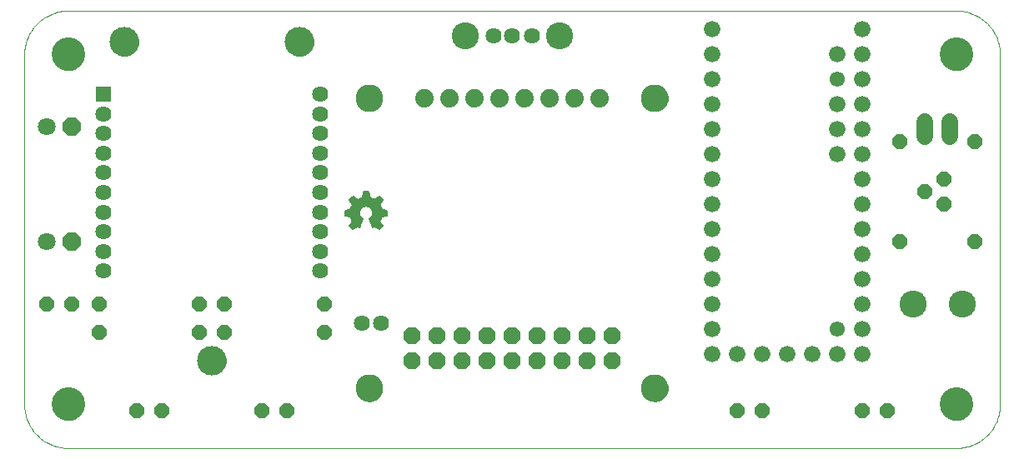
<source format=gbs>
G75*
G70*
%OFA0B0*%
%FSLAX24Y24*%
%IPPOS*%
%LPD*%
%AMOC8*
5,1,8,0,0,1.08239X$1,22.5*
%
%ADD10C,0.0000*%
%ADD11C,0.1182*%
%ADD12C,0.0640*%
%ADD13R,0.0640X0.0640*%
%ADD14C,0.0660*%
%ADD15OC8,0.0600*%
%ADD16C,0.0740*%
%ADD17C,0.1104*%
%ADD18OC8,0.0710*%
%ADD19C,0.0710*%
%ADD20C,0.1340*%
%ADD21C,0.1080*%
%ADD22C,0.0060*%
%ADD23OC8,0.0680*%
%ADD24C,0.0674*%
%ADD25C,0.0611*%
D10*
X002418Y000253D02*
X037918Y000253D01*
X037288Y002003D02*
X037290Y002053D01*
X037296Y002103D01*
X037306Y002152D01*
X037320Y002200D01*
X037337Y002247D01*
X037358Y002292D01*
X037383Y002336D01*
X037411Y002377D01*
X037443Y002416D01*
X037477Y002453D01*
X037514Y002487D01*
X037554Y002517D01*
X037596Y002544D01*
X037640Y002568D01*
X037686Y002589D01*
X037733Y002605D01*
X037781Y002618D01*
X037831Y002627D01*
X037880Y002632D01*
X037931Y002633D01*
X037981Y002630D01*
X038030Y002623D01*
X038079Y002612D01*
X038127Y002597D01*
X038173Y002579D01*
X038218Y002557D01*
X038261Y002531D01*
X038302Y002502D01*
X038341Y002470D01*
X038377Y002435D01*
X038409Y002397D01*
X038439Y002357D01*
X038466Y002314D01*
X038489Y002270D01*
X038508Y002224D01*
X038524Y002176D01*
X038536Y002127D01*
X038544Y002078D01*
X038548Y002028D01*
X038548Y001978D01*
X038544Y001928D01*
X038536Y001879D01*
X038524Y001830D01*
X038508Y001782D01*
X038489Y001736D01*
X038466Y001692D01*
X038439Y001649D01*
X038409Y001609D01*
X038377Y001571D01*
X038341Y001536D01*
X038302Y001504D01*
X038261Y001475D01*
X038218Y001449D01*
X038173Y001427D01*
X038127Y001409D01*
X038079Y001394D01*
X038030Y001383D01*
X037981Y001376D01*
X037931Y001373D01*
X037880Y001374D01*
X037831Y001379D01*
X037781Y001388D01*
X037733Y001401D01*
X037686Y001417D01*
X037640Y001438D01*
X037596Y001462D01*
X037554Y001489D01*
X037514Y001519D01*
X037477Y001553D01*
X037443Y001590D01*
X037411Y001629D01*
X037383Y001670D01*
X037358Y001714D01*
X037337Y001759D01*
X037320Y001806D01*
X037306Y001854D01*
X037296Y001903D01*
X037290Y001953D01*
X037288Y002003D01*
X037918Y000253D02*
X038001Y000255D01*
X038084Y000261D01*
X038167Y000271D01*
X038249Y000285D01*
X038331Y000302D01*
X038411Y000324D01*
X038490Y000349D01*
X038568Y000378D01*
X038645Y000411D01*
X038720Y000448D01*
X038793Y000487D01*
X038864Y000531D01*
X038933Y000577D01*
X039000Y000627D01*
X039064Y000680D01*
X039126Y000736D01*
X039185Y000795D01*
X039241Y000857D01*
X039294Y000921D01*
X039344Y000988D01*
X039390Y001057D01*
X039434Y001128D01*
X039473Y001201D01*
X039510Y001276D01*
X039543Y001353D01*
X039572Y001431D01*
X039597Y001510D01*
X039619Y001590D01*
X039636Y001672D01*
X039650Y001754D01*
X039660Y001837D01*
X039666Y001920D01*
X039668Y002003D01*
X039668Y016003D01*
X037288Y016003D02*
X037290Y016053D01*
X037296Y016103D01*
X037306Y016152D01*
X037320Y016200D01*
X037337Y016247D01*
X037358Y016292D01*
X037383Y016336D01*
X037411Y016377D01*
X037443Y016416D01*
X037477Y016453D01*
X037514Y016487D01*
X037554Y016517D01*
X037596Y016544D01*
X037640Y016568D01*
X037686Y016589D01*
X037733Y016605D01*
X037781Y016618D01*
X037831Y016627D01*
X037880Y016632D01*
X037931Y016633D01*
X037981Y016630D01*
X038030Y016623D01*
X038079Y016612D01*
X038127Y016597D01*
X038173Y016579D01*
X038218Y016557D01*
X038261Y016531D01*
X038302Y016502D01*
X038341Y016470D01*
X038377Y016435D01*
X038409Y016397D01*
X038439Y016357D01*
X038466Y016314D01*
X038489Y016270D01*
X038508Y016224D01*
X038524Y016176D01*
X038536Y016127D01*
X038544Y016078D01*
X038548Y016028D01*
X038548Y015978D01*
X038544Y015928D01*
X038536Y015879D01*
X038524Y015830D01*
X038508Y015782D01*
X038489Y015736D01*
X038466Y015692D01*
X038439Y015649D01*
X038409Y015609D01*
X038377Y015571D01*
X038341Y015536D01*
X038302Y015504D01*
X038261Y015475D01*
X038218Y015449D01*
X038173Y015427D01*
X038127Y015409D01*
X038079Y015394D01*
X038030Y015383D01*
X037981Y015376D01*
X037931Y015373D01*
X037880Y015374D01*
X037831Y015379D01*
X037781Y015388D01*
X037733Y015401D01*
X037686Y015417D01*
X037640Y015438D01*
X037596Y015462D01*
X037554Y015489D01*
X037514Y015519D01*
X037477Y015553D01*
X037443Y015590D01*
X037411Y015629D01*
X037383Y015670D01*
X037358Y015714D01*
X037337Y015759D01*
X037320Y015806D01*
X037306Y015854D01*
X037296Y015903D01*
X037290Y015953D01*
X037288Y016003D01*
X037918Y017753D02*
X038001Y017751D01*
X038084Y017745D01*
X038167Y017735D01*
X038249Y017721D01*
X038331Y017704D01*
X038411Y017682D01*
X038490Y017657D01*
X038568Y017628D01*
X038645Y017595D01*
X038720Y017558D01*
X038793Y017519D01*
X038864Y017475D01*
X038933Y017429D01*
X039000Y017379D01*
X039064Y017326D01*
X039126Y017270D01*
X039185Y017211D01*
X039241Y017149D01*
X039294Y017085D01*
X039344Y017018D01*
X039390Y016949D01*
X039434Y016878D01*
X039473Y016805D01*
X039510Y016730D01*
X039543Y016653D01*
X039572Y016575D01*
X039597Y016496D01*
X039619Y016416D01*
X039636Y016334D01*
X039650Y016252D01*
X039660Y016169D01*
X039666Y016086D01*
X039668Y016003D01*
X037918Y017753D02*
X002418Y017753D01*
X004117Y016503D02*
X004119Y016550D01*
X004125Y016596D01*
X004135Y016642D01*
X004148Y016687D01*
X004166Y016730D01*
X004187Y016772D01*
X004211Y016812D01*
X004239Y016849D01*
X004270Y016884D01*
X004304Y016917D01*
X004340Y016946D01*
X004379Y016972D01*
X004420Y016995D01*
X004463Y017014D01*
X004507Y017030D01*
X004552Y017042D01*
X004598Y017050D01*
X004645Y017054D01*
X004691Y017054D01*
X004738Y017050D01*
X004784Y017042D01*
X004829Y017030D01*
X004873Y017014D01*
X004916Y016995D01*
X004957Y016972D01*
X004996Y016946D01*
X005032Y016917D01*
X005066Y016884D01*
X005097Y016849D01*
X005125Y016812D01*
X005149Y016772D01*
X005170Y016730D01*
X005188Y016687D01*
X005201Y016642D01*
X005211Y016596D01*
X005217Y016550D01*
X005219Y016503D01*
X005217Y016456D01*
X005211Y016410D01*
X005201Y016364D01*
X005188Y016319D01*
X005170Y016276D01*
X005149Y016234D01*
X005125Y016194D01*
X005097Y016157D01*
X005066Y016122D01*
X005032Y016089D01*
X004996Y016060D01*
X004957Y016034D01*
X004916Y016011D01*
X004873Y015992D01*
X004829Y015976D01*
X004784Y015964D01*
X004738Y015956D01*
X004691Y015952D01*
X004645Y015952D01*
X004598Y015956D01*
X004552Y015964D01*
X004507Y015976D01*
X004463Y015992D01*
X004420Y016011D01*
X004379Y016034D01*
X004340Y016060D01*
X004304Y016089D01*
X004270Y016122D01*
X004239Y016157D01*
X004211Y016194D01*
X004187Y016234D01*
X004166Y016276D01*
X004148Y016319D01*
X004135Y016364D01*
X004125Y016410D01*
X004119Y016456D01*
X004117Y016503D01*
X001788Y016003D02*
X001790Y016053D01*
X001796Y016103D01*
X001806Y016152D01*
X001820Y016200D01*
X001837Y016247D01*
X001858Y016292D01*
X001883Y016336D01*
X001911Y016377D01*
X001943Y016416D01*
X001977Y016453D01*
X002014Y016487D01*
X002054Y016517D01*
X002096Y016544D01*
X002140Y016568D01*
X002186Y016589D01*
X002233Y016605D01*
X002281Y016618D01*
X002331Y016627D01*
X002380Y016632D01*
X002431Y016633D01*
X002481Y016630D01*
X002530Y016623D01*
X002579Y016612D01*
X002627Y016597D01*
X002673Y016579D01*
X002718Y016557D01*
X002761Y016531D01*
X002802Y016502D01*
X002841Y016470D01*
X002877Y016435D01*
X002909Y016397D01*
X002939Y016357D01*
X002966Y016314D01*
X002989Y016270D01*
X003008Y016224D01*
X003024Y016176D01*
X003036Y016127D01*
X003044Y016078D01*
X003048Y016028D01*
X003048Y015978D01*
X003044Y015928D01*
X003036Y015879D01*
X003024Y015830D01*
X003008Y015782D01*
X002989Y015736D01*
X002966Y015692D01*
X002939Y015649D01*
X002909Y015609D01*
X002877Y015571D01*
X002841Y015536D01*
X002802Y015504D01*
X002761Y015475D01*
X002718Y015449D01*
X002673Y015427D01*
X002627Y015409D01*
X002579Y015394D01*
X002530Y015383D01*
X002481Y015376D01*
X002431Y015373D01*
X002380Y015374D01*
X002331Y015379D01*
X002281Y015388D01*
X002233Y015401D01*
X002186Y015417D01*
X002140Y015438D01*
X002096Y015462D01*
X002054Y015489D01*
X002014Y015519D01*
X001977Y015553D01*
X001943Y015590D01*
X001911Y015629D01*
X001883Y015670D01*
X001858Y015714D01*
X001837Y015759D01*
X001820Y015806D01*
X001806Y015854D01*
X001796Y015903D01*
X001790Y015953D01*
X001788Y016003D01*
X000668Y016003D02*
X000670Y016086D01*
X000676Y016169D01*
X000686Y016252D01*
X000700Y016334D01*
X000717Y016416D01*
X000739Y016496D01*
X000764Y016575D01*
X000793Y016653D01*
X000826Y016730D01*
X000863Y016805D01*
X000902Y016878D01*
X000946Y016949D01*
X000992Y017018D01*
X001042Y017085D01*
X001095Y017149D01*
X001151Y017211D01*
X001210Y017270D01*
X001272Y017326D01*
X001336Y017379D01*
X001403Y017429D01*
X001472Y017475D01*
X001543Y017519D01*
X001616Y017558D01*
X001691Y017595D01*
X001768Y017628D01*
X001846Y017657D01*
X001925Y017682D01*
X002005Y017704D01*
X002087Y017721D01*
X002169Y017735D01*
X002252Y017745D01*
X002335Y017751D01*
X002418Y017753D01*
X000668Y016003D02*
X000668Y002003D01*
X001788Y002003D02*
X001790Y002053D01*
X001796Y002103D01*
X001806Y002152D01*
X001820Y002200D01*
X001837Y002247D01*
X001858Y002292D01*
X001883Y002336D01*
X001911Y002377D01*
X001943Y002416D01*
X001977Y002453D01*
X002014Y002487D01*
X002054Y002517D01*
X002096Y002544D01*
X002140Y002568D01*
X002186Y002589D01*
X002233Y002605D01*
X002281Y002618D01*
X002331Y002627D01*
X002380Y002632D01*
X002431Y002633D01*
X002481Y002630D01*
X002530Y002623D01*
X002579Y002612D01*
X002627Y002597D01*
X002673Y002579D01*
X002718Y002557D01*
X002761Y002531D01*
X002802Y002502D01*
X002841Y002470D01*
X002877Y002435D01*
X002909Y002397D01*
X002939Y002357D01*
X002966Y002314D01*
X002989Y002270D01*
X003008Y002224D01*
X003024Y002176D01*
X003036Y002127D01*
X003044Y002078D01*
X003048Y002028D01*
X003048Y001978D01*
X003044Y001928D01*
X003036Y001879D01*
X003024Y001830D01*
X003008Y001782D01*
X002989Y001736D01*
X002966Y001692D01*
X002939Y001649D01*
X002909Y001609D01*
X002877Y001571D01*
X002841Y001536D01*
X002802Y001504D01*
X002761Y001475D01*
X002718Y001449D01*
X002673Y001427D01*
X002627Y001409D01*
X002579Y001394D01*
X002530Y001383D01*
X002481Y001376D01*
X002431Y001373D01*
X002380Y001374D01*
X002331Y001379D01*
X002281Y001388D01*
X002233Y001401D01*
X002186Y001417D01*
X002140Y001438D01*
X002096Y001462D01*
X002054Y001489D01*
X002014Y001519D01*
X001977Y001553D01*
X001943Y001590D01*
X001911Y001629D01*
X001883Y001670D01*
X001858Y001714D01*
X001837Y001759D01*
X001820Y001806D01*
X001806Y001854D01*
X001796Y001903D01*
X001790Y001953D01*
X001788Y002003D01*
X000668Y002003D02*
X000670Y001920D01*
X000676Y001837D01*
X000686Y001754D01*
X000700Y001672D01*
X000717Y001590D01*
X000739Y001510D01*
X000764Y001431D01*
X000793Y001353D01*
X000826Y001276D01*
X000863Y001201D01*
X000902Y001128D01*
X000946Y001057D01*
X000992Y000988D01*
X001042Y000921D01*
X001095Y000857D01*
X001151Y000795D01*
X001210Y000736D01*
X001272Y000680D01*
X001336Y000627D01*
X001403Y000577D01*
X001472Y000531D01*
X001543Y000487D01*
X001616Y000448D01*
X001691Y000411D01*
X001768Y000378D01*
X001846Y000349D01*
X001925Y000324D01*
X002005Y000302D01*
X002087Y000285D01*
X002169Y000271D01*
X002252Y000261D01*
X002335Y000255D01*
X002418Y000253D01*
X007617Y003753D02*
X007619Y003800D01*
X007625Y003846D01*
X007635Y003892D01*
X007648Y003937D01*
X007666Y003980D01*
X007687Y004022D01*
X007711Y004062D01*
X007739Y004099D01*
X007770Y004134D01*
X007804Y004167D01*
X007840Y004196D01*
X007879Y004222D01*
X007920Y004245D01*
X007963Y004264D01*
X008007Y004280D01*
X008052Y004292D01*
X008098Y004300D01*
X008145Y004304D01*
X008191Y004304D01*
X008238Y004300D01*
X008284Y004292D01*
X008329Y004280D01*
X008373Y004264D01*
X008416Y004245D01*
X008457Y004222D01*
X008496Y004196D01*
X008532Y004167D01*
X008566Y004134D01*
X008597Y004099D01*
X008625Y004062D01*
X008649Y004022D01*
X008670Y003980D01*
X008688Y003937D01*
X008701Y003892D01*
X008711Y003846D01*
X008717Y003800D01*
X008719Y003753D01*
X008717Y003706D01*
X008711Y003660D01*
X008701Y003614D01*
X008688Y003569D01*
X008670Y003526D01*
X008649Y003484D01*
X008625Y003444D01*
X008597Y003407D01*
X008566Y003372D01*
X008532Y003339D01*
X008496Y003310D01*
X008457Y003284D01*
X008416Y003261D01*
X008373Y003242D01*
X008329Y003226D01*
X008284Y003214D01*
X008238Y003206D01*
X008191Y003202D01*
X008145Y003202D01*
X008098Y003206D01*
X008052Y003214D01*
X008007Y003226D01*
X007963Y003242D01*
X007920Y003261D01*
X007879Y003284D01*
X007840Y003310D01*
X007804Y003339D01*
X007770Y003372D01*
X007739Y003407D01*
X007711Y003444D01*
X007687Y003484D01*
X007666Y003526D01*
X007648Y003569D01*
X007635Y003614D01*
X007625Y003660D01*
X007619Y003706D01*
X007617Y003753D01*
X013947Y002639D02*
X013949Y002684D01*
X013955Y002728D01*
X013964Y002772D01*
X013978Y002814D01*
X013995Y002855D01*
X014016Y002895D01*
X014040Y002933D01*
X014067Y002968D01*
X014097Y003001D01*
X014130Y003031D01*
X014165Y003058D01*
X014203Y003082D01*
X014243Y003103D01*
X014284Y003120D01*
X014326Y003134D01*
X014370Y003143D01*
X014414Y003149D01*
X014459Y003151D01*
X014504Y003149D01*
X014548Y003143D01*
X014592Y003134D01*
X014634Y003120D01*
X014675Y003103D01*
X014715Y003082D01*
X014753Y003058D01*
X014788Y003031D01*
X014821Y003001D01*
X014851Y002968D01*
X014878Y002933D01*
X014902Y002895D01*
X014923Y002855D01*
X014940Y002814D01*
X014954Y002772D01*
X014963Y002728D01*
X014969Y002684D01*
X014971Y002639D01*
X014969Y002594D01*
X014963Y002550D01*
X014954Y002506D01*
X014940Y002464D01*
X014923Y002423D01*
X014902Y002383D01*
X014878Y002345D01*
X014851Y002310D01*
X014821Y002277D01*
X014788Y002247D01*
X014753Y002220D01*
X014715Y002196D01*
X014675Y002175D01*
X014634Y002158D01*
X014592Y002144D01*
X014548Y002135D01*
X014504Y002129D01*
X014459Y002127D01*
X014414Y002129D01*
X014370Y002135D01*
X014326Y002144D01*
X014284Y002158D01*
X014243Y002175D01*
X014203Y002196D01*
X014165Y002220D01*
X014130Y002247D01*
X014097Y002277D01*
X014067Y002310D01*
X014040Y002345D01*
X014016Y002383D01*
X013995Y002423D01*
X013978Y002464D01*
X013964Y002506D01*
X013955Y002550D01*
X013949Y002594D01*
X013947Y002639D01*
X025364Y002639D02*
X025366Y002684D01*
X025372Y002728D01*
X025381Y002772D01*
X025395Y002814D01*
X025412Y002855D01*
X025433Y002895D01*
X025457Y002933D01*
X025484Y002968D01*
X025514Y003001D01*
X025547Y003031D01*
X025582Y003058D01*
X025620Y003082D01*
X025660Y003103D01*
X025701Y003120D01*
X025743Y003134D01*
X025787Y003143D01*
X025831Y003149D01*
X025876Y003151D01*
X025921Y003149D01*
X025965Y003143D01*
X026009Y003134D01*
X026051Y003120D01*
X026092Y003103D01*
X026132Y003082D01*
X026170Y003058D01*
X026205Y003031D01*
X026238Y003001D01*
X026268Y002968D01*
X026295Y002933D01*
X026319Y002895D01*
X026340Y002855D01*
X026357Y002814D01*
X026371Y002772D01*
X026380Y002728D01*
X026386Y002684D01*
X026388Y002639D01*
X026386Y002594D01*
X026380Y002550D01*
X026371Y002506D01*
X026357Y002464D01*
X026340Y002423D01*
X026319Y002383D01*
X026295Y002345D01*
X026268Y002310D01*
X026238Y002277D01*
X026205Y002247D01*
X026170Y002220D01*
X026132Y002196D01*
X026092Y002175D01*
X026051Y002158D01*
X026009Y002144D01*
X025965Y002135D01*
X025921Y002129D01*
X025876Y002127D01*
X025831Y002129D01*
X025787Y002135D01*
X025743Y002144D01*
X025701Y002158D01*
X025660Y002175D01*
X025620Y002196D01*
X025582Y002220D01*
X025547Y002247D01*
X025514Y002277D01*
X025484Y002310D01*
X025457Y002345D01*
X025433Y002383D01*
X025412Y002423D01*
X025395Y002464D01*
X025381Y002506D01*
X025372Y002550D01*
X025366Y002594D01*
X025364Y002639D01*
X025364Y014253D02*
X025366Y014298D01*
X025372Y014342D01*
X025381Y014386D01*
X025395Y014428D01*
X025412Y014469D01*
X025433Y014509D01*
X025457Y014547D01*
X025484Y014582D01*
X025514Y014615D01*
X025547Y014645D01*
X025582Y014672D01*
X025620Y014696D01*
X025660Y014717D01*
X025701Y014734D01*
X025743Y014748D01*
X025787Y014757D01*
X025831Y014763D01*
X025876Y014765D01*
X025921Y014763D01*
X025965Y014757D01*
X026009Y014748D01*
X026051Y014734D01*
X026092Y014717D01*
X026132Y014696D01*
X026170Y014672D01*
X026205Y014645D01*
X026238Y014615D01*
X026268Y014582D01*
X026295Y014547D01*
X026319Y014509D01*
X026340Y014469D01*
X026357Y014428D01*
X026371Y014386D01*
X026380Y014342D01*
X026386Y014298D01*
X026388Y014253D01*
X026386Y014208D01*
X026380Y014164D01*
X026371Y014120D01*
X026357Y014078D01*
X026340Y014037D01*
X026319Y013997D01*
X026295Y013959D01*
X026268Y013924D01*
X026238Y013891D01*
X026205Y013861D01*
X026170Y013834D01*
X026132Y013810D01*
X026092Y013789D01*
X026051Y013772D01*
X026009Y013758D01*
X025965Y013749D01*
X025921Y013743D01*
X025876Y013741D01*
X025831Y013743D01*
X025787Y013749D01*
X025743Y013758D01*
X025701Y013772D01*
X025660Y013789D01*
X025620Y013810D01*
X025582Y013834D01*
X025547Y013861D01*
X025514Y013891D01*
X025484Y013924D01*
X025457Y013959D01*
X025433Y013997D01*
X025412Y014037D01*
X025395Y014078D01*
X025381Y014120D01*
X025372Y014164D01*
X025366Y014208D01*
X025364Y014253D01*
X013947Y014253D02*
X013949Y014298D01*
X013955Y014342D01*
X013964Y014386D01*
X013978Y014428D01*
X013995Y014469D01*
X014016Y014509D01*
X014040Y014547D01*
X014067Y014582D01*
X014097Y014615D01*
X014130Y014645D01*
X014165Y014672D01*
X014203Y014696D01*
X014243Y014717D01*
X014284Y014734D01*
X014326Y014748D01*
X014370Y014757D01*
X014414Y014763D01*
X014459Y014765D01*
X014504Y014763D01*
X014548Y014757D01*
X014592Y014748D01*
X014634Y014734D01*
X014675Y014717D01*
X014715Y014696D01*
X014753Y014672D01*
X014788Y014645D01*
X014821Y014615D01*
X014851Y014582D01*
X014878Y014547D01*
X014902Y014509D01*
X014923Y014469D01*
X014940Y014428D01*
X014954Y014386D01*
X014963Y014342D01*
X014969Y014298D01*
X014971Y014253D01*
X014969Y014208D01*
X014963Y014164D01*
X014954Y014120D01*
X014940Y014078D01*
X014923Y014037D01*
X014902Y013997D01*
X014878Y013959D01*
X014851Y013924D01*
X014821Y013891D01*
X014788Y013861D01*
X014753Y013834D01*
X014715Y013810D01*
X014675Y013789D01*
X014634Y013772D01*
X014592Y013758D01*
X014548Y013749D01*
X014504Y013743D01*
X014459Y013741D01*
X014414Y013743D01*
X014370Y013749D01*
X014326Y013758D01*
X014284Y013772D01*
X014243Y013789D01*
X014203Y013810D01*
X014165Y013834D01*
X014130Y013861D01*
X014097Y013891D01*
X014067Y013924D01*
X014040Y013959D01*
X014016Y013997D01*
X013995Y014037D01*
X013978Y014078D01*
X013964Y014120D01*
X013955Y014164D01*
X013949Y014208D01*
X013947Y014253D01*
X011117Y016503D02*
X011119Y016550D01*
X011125Y016596D01*
X011135Y016642D01*
X011148Y016687D01*
X011166Y016730D01*
X011187Y016772D01*
X011211Y016812D01*
X011239Y016849D01*
X011270Y016884D01*
X011304Y016917D01*
X011340Y016946D01*
X011379Y016972D01*
X011420Y016995D01*
X011463Y017014D01*
X011507Y017030D01*
X011552Y017042D01*
X011598Y017050D01*
X011645Y017054D01*
X011691Y017054D01*
X011738Y017050D01*
X011784Y017042D01*
X011829Y017030D01*
X011873Y017014D01*
X011916Y016995D01*
X011957Y016972D01*
X011996Y016946D01*
X012032Y016917D01*
X012066Y016884D01*
X012097Y016849D01*
X012125Y016812D01*
X012149Y016772D01*
X012170Y016730D01*
X012188Y016687D01*
X012201Y016642D01*
X012211Y016596D01*
X012217Y016550D01*
X012219Y016503D01*
X012217Y016456D01*
X012211Y016410D01*
X012201Y016364D01*
X012188Y016319D01*
X012170Y016276D01*
X012149Y016234D01*
X012125Y016194D01*
X012097Y016157D01*
X012066Y016122D01*
X012032Y016089D01*
X011996Y016060D01*
X011957Y016034D01*
X011916Y016011D01*
X011873Y015992D01*
X011829Y015976D01*
X011784Y015964D01*
X011738Y015956D01*
X011691Y015952D01*
X011645Y015952D01*
X011598Y015956D01*
X011552Y015964D01*
X011507Y015976D01*
X011463Y015992D01*
X011420Y016011D01*
X011379Y016034D01*
X011340Y016060D01*
X011304Y016089D01*
X011270Y016122D01*
X011239Y016157D01*
X011211Y016194D01*
X011187Y016234D01*
X011166Y016276D01*
X011148Y016319D01*
X011135Y016364D01*
X011125Y016410D01*
X011119Y016456D01*
X011117Y016503D01*
D11*
X011668Y016503D03*
X004668Y016503D03*
X008168Y003753D03*
D12*
X014149Y005253D03*
X014936Y005253D03*
X012498Y007332D03*
X012498Y008119D03*
X012498Y008907D03*
X012498Y009694D03*
X012498Y010481D03*
X012498Y011269D03*
X012498Y012056D03*
X012498Y012844D03*
X012498Y013631D03*
X012498Y014419D03*
X019420Y016753D03*
X020168Y016753D03*
X020955Y016753D03*
X003837Y013631D03*
X003837Y012844D03*
X003837Y012056D03*
X003837Y011269D03*
X003837Y010481D03*
X003837Y009694D03*
X003837Y008907D03*
X003837Y008119D03*
X003837Y007332D03*
D13*
X003837Y014419D03*
D14*
X028168Y014003D03*
X028168Y013003D03*
X028168Y012003D03*
X028168Y011003D03*
X028168Y010003D03*
X028168Y009003D03*
X028168Y008003D03*
X028168Y007003D03*
X028168Y006003D03*
X028168Y005003D03*
X028168Y004003D03*
X029168Y004003D03*
X030168Y004003D03*
X031168Y004003D03*
X032168Y004003D03*
X033168Y004003D03*
X034168Y004003D03*
X034168Y005003D03*
X034168Y006003D03*
X034168Y007003D03*
X034168Y008003D03*
X034168Y009003D03*
X034168Y010003D03*
X034168Y011003D03*
X034168Y012003D03*
X033168Y012003D03*
X033168Y013003D03*
X034168Y013003D03*
X034168Y014003D03*
X033168Y014003D03*
X034168Y015003D03*
X034168Y016003D03*
X033168Y016003D03*
X034168Y017003D03*
X028168Y017003D03*
X028168Y016003D03*
X028168Y015003D03*
D15*
X035668Y012503D03*
X037418Y011003D03*
X036668Y010503D03*
X037418Y010003D03*
X038668Y008503D03*
X035668Y008503D03*
X038668Y012503D03*
X035168Y001753D03*
X034168Y001753D03*
X030168Y001753D03*
X029168Y001753D03*
X012668Y004878D03*
X012668Y006003D03*
X008668Y006003D03*
X007668Y006003D03*
X007668Y004878D03*
X008668Y004878D03*
X003668Y004878D03*
X003668Y006003D03*
X002543Y006003D03*
X001543Y006003D03*
X005168Y001753D03*
X006168Y001753D03*
X010168Y001753D03*
X011168Y001753D03*
D16*
X016668Y014253D03*
X017668Y014253D03*
X018668Y014253D03*
X019668Y014253D03*
X020668Y014253D03*
X021668Y014253D03*
X022668Y014253D03*
X023668Y014253D03*
D17*
X025876Y014253D03*
X014459Y014253D03*
X014459Y002639D03*
X025876Y002639D03*
D18*
X002543Y008503D03*
X002543Y013128D03*
D19*
X001543Y013128D03*
X001543Y008503D03*
D20*
X002418Y002003D03*
X002418Y016003D03*
X037918Y016003D03*
X037918Y002003D03*
D21*
X038152Y006003D03*
X036183Y006003D03*
X022057Y016753D03*
X018278Y016753D03*
D22*
X014428Y010503D02*
X014238Y010503D01*
X014188Y010263D01*
X014197Y010243D02*
X014488Y010243D01*
X014478Y010263D02*
X014428Y010503D01*
X014418Y010453D02*
X014268Y010453D01*
X014218Y010253D01*
X014018Y010153D01*
X013818Y010303D01*
X013718Y010203D01*
X013818Y010003D01*
X013718Y009753D01*
X013518Y009753D01*
X013518Y009603D01*
X013768Y009553D01*
X013818Y009303D01*
X013718Y009153D01*
X013818Y009053D01*
X013968Y009153D01*
X014068Y009103D01*
X014168Y009403D01*
X014018Y009603D01*
X014068Y009853D01*
X014268Y009953D01*
X014468Y009953D01*
X014618Y009803D01*
X014618Y009503D01*
X014468Y009403D01*
X014618Y009153D01*
X014668Y009153D01*
X014818Y009053D01*
X014918Y009153D01*
X014818Y009303D01*
X014918Y009553D01*
X015118Y009603D01*
X015118Y009753D01*
X014918Y009753D01*
X014818Y010003D01*
X014968Y010203D01*
X014818Y010303D01*
X014668Y010153D01*
X014468Y010253D01*
X014418Y010453D01*
X014426Y010418D02*
X014259Y010418D01*
X014244Y010360D02*
X014441Y010360D01*
X014456Y010301D02*
X014230Y010301D01*
X014080Y010184D02*
X014605Y010184D01*
X014658Y010193D02*
X014848Y010323D01*
X014988Y010183D01*
X014858Y009993D01*
X014822Y010009D02*
X013815Y010009D01*
X013808Y009993D02*
X013668Y010183D01*
X013808Y010323D01*
X014008Y010193D01*
X013976Y010184D02*
X013727Y010184D01*
X013756Y010126D02*
X014909Y010126D01*
X014866Y010067D02*
X013786Y010067D01*
X013796Y009950D02*
X014261Y009950D01*
X014144Y009892D02*
X013773Y009892D01*
X013750Y009833D02*
X014064Y009833D01*
X014052Y009774D02*
X013726Y009774D01*
X013718Y009803D02*
X013498Y009763D01*
X013498Y009563D01*
X013718Y009523D01*
X013770Y009540D02*
X014065Y009540D01*
X014109Y009482D02*
X013782Y009482D01*
X013794Y009423D02*
X014153Y009423D01*
X014208Y009423D02*
X014068Y009083D01*
X013988Y009123D01*
X013808Y009003D01*
X013668Y009143D01*
X013798Y009323D01*
X013817Y009306D02*
X014135Y009306D01*
X014116Y009248D02*
X013781Y009248D01*
X013741Y009189D02*
X014096Y009189D01*
X014077Y009131D02*
X014013Y009131D01*
X013934Y009131D02*
X013740Y009131D01*
X013799Y009072D02*
X013846Y009072D01*
X013805Y009365D02*
X014155Y009365D01*
X014021Y009599D02*
X013539Y009599D01*
X013518Y009657D02*
X014028Y009657D01*
X014040Y009716D02*
X013518Y009716D01*
X013715Y009804D02*
X013727Y009844D01*
X013742Y009883D01*
X013760Y009921D01*
X013780Y009957D01*
X013802Y009992D01*
X014208Y009423D02*
X014180Y009439D01*
X014153Y009458D01*
X014130Y009480D01*
X014109Y009505D01*
X014091Y009533D01*
X014076Y009562D01*
X014066Y009593D01*
X014058Y009624D01*
X014055Y009657D01*
X014056Y009689D01*
X014060Y009722D01*
X014069Y009753D01*
X014081Y009783D01*
X014096Y009812D01*
X014115Y009839D01*
X014137Y009863D01*
X014161Y009884D01*
X014188Y009903D01*
X014217Y009918D01*
X014248Y009929D01*
X014279Y009937D01*
X014312Y009941D01*
X014344Y009941D01*
X014377Y009937D01*
X014408Y009929D01*
X014439Y009918D01*
X014468Y009903D01*
X014495Y009884D01*
X014519Y009863D01*
X014541Y009839D01*
X014560Y009812D01*
X014575Y009783D01*
X014587Y009753D01*
X014596Y009722D01*
X014600Y009689D01*
X014601Y009657D01*
X014598Y009624D01*
X014590Y009593D01*
X014580Y009562D01*
X014565Y009533D01*
X014547Y009505D01*
X014526Y009480D01*
X014503Y009458D01*
X014476Y009439D01*
X014448Y009423D01*
X014598Y009083D01*
X014668Y009123D01*
X014848Y009003D01*
X014988Y009143D01*
X014868Y009323D01*
X014842Y009365D02*
X014491Y009365D01*
X014498Y009423D02*
X014866Y009423D01*
X014889Y009482D02*
X014586Y009482D01*
X014618Y009540D02*
X014912Y009540D01*
X014948Y009523D02*
X015168Y009563D01*
X015168Y009763D01*
X014938Y009803D01*
X014909Y009774D02*
X014618Y009774D01*
X014618Y009716D02*
X015118Y009716D01*
X015118Y009657D02*
X014618Y009657D01*
X014618Y009599D02*
X015100Y009599D01*
X014819Y009306D02*
X014526Y009306D01*
X014561Y009248D02*
X014855Y009248D01*
X014894Y009189D02*
X014596Y009189D01*
X014701Y009131D02*
X014895Y009131D01*
X014836Y009072D02*
X014789Y009072D01*
X014865Y009328D02*
X014890Y009370D01*
X014912Y009414D01*
X014930Y009460D01*
X014945Y009507D01*
X014886Y009833D02*
X014588Y009833D01*
X014529Y009892D02*
X014862Y009892D01*
X014839Y009950D02*
X014471Y009950D01*
X014699Y010184D02*
X014953Y010184D01*
X014908Y010243D02*
X014757Y010243D01*
X014816Y010301D02*
X014820Y010301D01*
X013898Y010243D02*
X013757Y010243D01*
X013816Y010301D02*
X013820Y010301D01*
X014008Y010193D02*
X014051Y010216D01*
X014095Y010236D01*
X014141Y010252D01*
X014187Y010264D01*
X013718Y009524D02*
X013728Y009482D01*
X013741Y009441D01*
X013757Y009401D01*
X013776Y009362D01*
X013798Y009325D01*
X014939Y009805D02*
X014928Y009845D01*
X014914Y009884D01*
X014898Y009921D01*
X014879Y009958D01*
X014858Y009993D01*
X014655Y010189D02*
X014613Y010212D01*
X014570Y010231D01*
X014525Y010248D01*
X014479Y010260D01*
D23*
X016168Y004753D03*
X017168Y004753D03*
X018168Y004753D03*
X019168Y004753D03*
X020168Y004753D03*
X021168Y004753D03*
X022168Y004753D03*
X023168Y004753D03*
X024168Y004753D03*
X024168Y003753D03*
X023168Y003753D03*
X022168Y003753D03*
X021168Y003753D03*
X020168Y003753D03*
X019168Y003753D03*
X018168Y003753D03*
X017168Y003753D03*
X016168Y003753D03*
D24*
X036668Y012706D02*
X036668Y013300D01*
X037668Y013300D02*
X037668Y012706D01*
D25*
X033168Y015003D03*
X033168Y005003D03*
M02*

</source>
